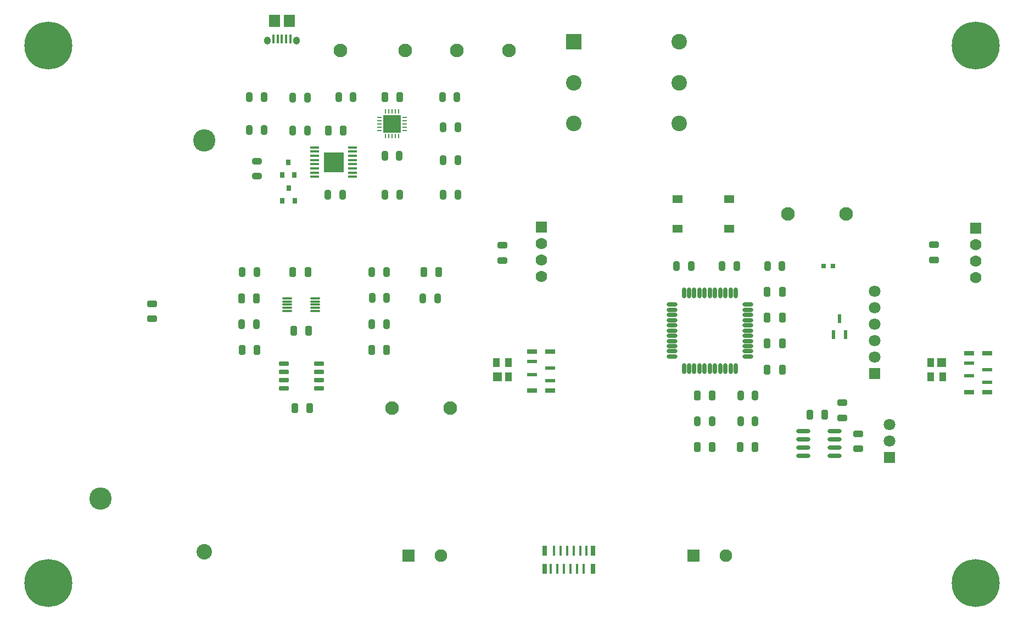
<source format=gbr>
%TF.GenerationSoftware,Altium Limited,Altium Designer,21.6.1 (37)*%
G04 Layer_Color=255*
%FSLAX43Y43*%
%MOMM*%
%TF.SameCoordinates,A8206A2C-5CB0-4F6E-B559-DFDA062B5CA2*%
%TF.FilePolarity,Positive*%
%TF.FileFunction,Pads,Top*%
%TF.Part,Single*%
G01*
G75*
%TA.AperFunction,SMDPad,CuDef*%
G04:AMPARAMS|DCode=11|XSize=1.44mm|YSize=0.3mm|CornerRadius=0.075mm|HoleSize=0mm|Usage=FLASHONLY|Rotation=0.000|XOffset=0mm|YOffset=0mm|HoleType=Round|Shape=RoundedRectangle|*
%AMROUNDEDRECTD11*
21,1,1.440,0.150,0,0,0.0*
21,1,1.290,0.300,0,0,0.0*
1,1,0.150,0.645,-0.075*
1,1,0.150,-0.645,-0.075*
1,1,0.150,-0.645,0.075*
1,1,0.150,0.645,0.075*
%
%ADD11ROUNDEDRECTD11*%
%ADD12O,2.200X0.600*%
G04:AMPARAMS|DCode=13|XSize=1.5mm|YSize=1mm|CornerRadius=0.25mm|HoleSize=0mm|Usage=FLASHONLY|Rotation=90.000|XOffset=0mm|YOffset=0mm|HoleType=Round|Shape=RoundedRectangle|*
%AMROUNDEDRECTD13*
21,1,1.500,0.500,0,0,90.0*
21,1,1.000,1.000,0,0,90.0*
1,1,0.500,0.250,0.500*
1,1,0.500,0.250,-0.500*
1,1,0.500,-0.250,-0.500*
1,1,0.500,-0.250,0.500*
%
%ADD13ROUNDEDRECTD13*%
G04:AMPARAMS|DCode=14|XSize=1.5mm|YSize=1mm|CornerRadius=0.25mm|HoleSize=0mm|Usage=FLASHONLY|Rotation=0.000|XOffset=0mm|YOffset=0mm|HoleType=Round|Shape=RoundedRectangle|*
%AMROUNDEDRECTD14*
21,1,1.500,0.500,0,0,0.0*
21,1,1.000,1.000,0,0,0.0*
1,1,0.500,0.500,-0.250*
1,1,0.500,-0.500,-0.250*
1,1,0.500,-0.500,0.250*
1,1,0.500,0.500,0.250*
%
%ADD14ROUNDEDRECTD14*%
%ADD15R,1.800X1.900*%
%ADD16R,0.400X1.350*%
G04:AMPARAMS|DCode=17|XSize=1.45mm|YSize=0.95mm|CornerRadius=0.238mm|HoleSize=0mm|Usage=FLASHONLY|Rotation=90.000|XOffset=0mm|YOffset=0mm|HoleType=Round|Shape=RoundedRectangle|*
%AMROUNDEDRECTD17*
21,1,1.450,0.475,0,0,90.0*
21,1,0.975,0.950,0,0,90.0*
1,1,0.475,0.238,0.488*
1,1,0.475,0.238,-0.488*
1,1,0.475,-0.238,-0.488*
1,1,0.475,-0.238,0.488*
%
%ADD17ROUNDEDRECTD17*%
%ADD18R,1.359X0.356*%
%ADD19R,3.099X3.099*%
%ADD20O,0.600X1.700*%
%ADD21O,1.700X0.600*%
G04:AMPARAMS|DCode=22|XSize=0.239mm|YSize=0.729mm|CornerRadius=0.12mm|HoleSize=0mm|Usage=FLASHONLY|Rotation=0.000|XOffset=0mm|YOffset=0mm|HoleType=Round|Shape=RoundedRectangle|*
%AMROUNDEDRECTD22*
21,1,0.239,0.490,0,0,0.0*
21,1,0.000,0.729,0,0,0.0*
1,1,0.239,0.000,-0.245*
1,1,0.239,0.000,-0.245*
1,1,0.239,0.000,0.245*
1,1,0.239,0.000,0.245*
%
%ADD22ROUNDEDRECTD22*%
G04:AMPARAMS|DCode=23|XSize=0.729mm|YSize=0.239mm|CornerRadius=0.12mm|HoleSize=0mm|Usage=FLASHONLY|Rotation=0.000|XOffset=0mm|YOffset=0mm|HoleType=Round|Shape=RoundedRectangle|*
%AMROUNDEDRECTD23*
21,1,0.729,0.000,0,0,0.0*
21,1,0.490,0.239,0,0,0.0*
1,1,0.239,0.245,0.000*
1,1,0.239,-0.245,0.000*
1,1,0.239,-0.245,0.000*
1,1,0.239,0.245,0.000*
%
%ADD23ROUNDEDRECTD23*%
%ADD24R,0.729X0.239*%
%ADD25R,2.800X2.800*%
%ADD26R,1.500X0.600*%
%ADD27R,1.500X0.800*%
G04:AMPARAMS|DCode=28|XSize=0.6mm|YSize=1.45mm|CornerRadius=0.051mm|HoleSize=0mm|Usage=FLASHONLY|Rotation=90.000|XOffset=0mm|YOffset=0mm|HoleType=Round|Shape=RoundedRectangle|*
%AMROUNDEDRECTD28*
21,1,0.600,1.348,0,0,90.0*
21,1,0.498,1.450,0,0,90.0*
1,1,0.102,0.674,0.249*
1,1,0.102,0.674,-0.249*
1,1,0.102,-0.674,-0.249*
1,1,0.102,-0.674,0.249*
%
%ADD28ROUNDEDRECTD28*%
%ADD29R,0.600X1.350*%
G04:AMPARAMS|DCode=30|XSize=1.45mm|YSize=0.95mm|CornerRadius=0.238mm|HoleSize=0mm|Usage=FLASHONLY|Rotation=0.000|XOffset=0mm|YOffset=0mm|HoleType=Round|Shape=RoundedRectangle|*
%AMROUNDEDRECTD30*
21,1,1.450,0.475,0,0,0.0*
21,1,0.975,0.950,0,0,0.0*
1,1,0.475,0.488,-0.238*
1,1,0.475,-0.488,-0.238*
1,1,0.475,-0.488,0.238*
1,1,0.475,0.488,0.238*
%
%ADD30ROUNDEDRECTD30*%
%ADD31R,1.400X1.400*%
%ADD32R,1.000X1.400*%
%ADD33R,0.800X0.800*%
%ADD34R,0.800X1.500*%
%ADD35R,0.400X1.500*%
%ADD36R,0.800X0.900*%
%ADD37R,1.550X1.300*%
%TA.AperFunction,ComponentPad*%
%ADD40C,1.800*%
%ADD41R,1.800X1.800*%
%ADD42R,2.400X2.400*%
%ADD43C,2.400*%
%ADD44O,1.050X1.250*%
%ADD45C,2.100*%
%ADD46C,3.450*%
%ADD47C,2.388*%
%ADD48R,1.950X1.950*%
%ADD49C,1.950*%
%TA.AperFunction,ViaPad*%
%ADD50C,7.400*%
%TA.AperFunction,ComponentPad*%
%ADD51R,1.778X1.778*%
%ADD52C,1.778*%
D11*
X42855Y50000D02*
D03*
Y49500D02*
D03*
Y49000D02*
D03*
Y48500D02*
D03*
Y48000D02*
D03*
X47145D02*
D03*
Y48500D02*
D03*
Y49000D02*
D03*
Y49500D02*
D03*
Y50000D02*
D03*
D12*
X127200Y25695D02*
D03*
Y26965D02*
D03*
Y28235D02*
D03*
Y29505D02*
D03*
X122400Y25695D02*
D03*
Y26965D02*
D03*
Y28235D02*
D03*
Y29505D02*
D03*
D13*
X125750Y32042D02*
D03*
X123450D02*
D03*
X35784Y50000D02*
D03*
X38084D02*
D03*
X44000Y33000D02*
D03*
X46300D02*
D03*
X66175Y54000D02*
D03*
X63875D02*
D03*
X43850Y45000D02*
D03*
X46150D02*
D03*
X38150Y42000D02*
D03*
X35850D02*
D03*
X58150Y42000D02*
D03*
X55850D02*
D03*
X43700Y54000D02*
D03*
X46000D02*
D03*
X57850Y81000D02*
D03*
X60150D02*
D03*
X112675Y27000D02*
D03*
X114975D02*
D03*
X108350Y27000D02*
D03*
X106050D02*
D03*
X108350Y35000D02*
D03*
X106050D02*
D03*
X116850Y51000D02*
D03*
X119150D02*
D03*
X116850Y47000D02*
D03*
X119150D02*
D03*
X116850Y39000D02*
D03*
X119150D02*
D03*
X116850Y43000D02*
D03*
X119150D02*
D03*
X51450Y75882D02*
D03*
X49150D02*
D03*
D14*
X128400Y31550D02*
D03*
Y33850D02*
D03*
X130900Y26790D02*
D03*
Y29090D02*
D03*
X76000Y58150D02*
D03*
Y55850D02*
D03*
X142519Y58235D02*
D03*
Y55935D02*
D03*
X22000Y49150D02*
D03*
Y46850D02*
D03*
D15*
X40850Y92805D02*
D03*
X43150D02*
D03*
D16*
X43300Y90000D02*
D03*
X40700D02*
D03*
X42650D02*
D03*
X42000D02*
D03*
X41350D02*
D03*
D17*
X45950Y80950D02*
D03*
X43700D02*
D03*
X38063Y46000D02*
D03*
X35813D02*
D03*
X66750Y81000D02*
D03*
X69000D02*
D03*
X58160Y50050D02*
D03*
X55910D02*
D03*
X58125Y54000D02*
D03*
X55875D02*
D03*
X63750Y50000D02*
D03*
X66000D02*
D03*
X55875Y46000D02*
D03*
X58125D02*
D03*
X35875Y54000D02*
D03*
X38125D02*
D03*
X102875Y55000D02*
D03*
X105125D02*
D03*
X114975Y31000D02*
D03*
X112725D02*
D03*
X114975Y35000D02*
D03*
X112725D02*
D03*
X106100Y31026D02*
D03*
X108350D02*
D03*
X112125Y55000D02*
D03*
X109875D02*
D03*
X119125Y55000D02*
D03*
X116875D02*
D03*
X45950Y75915D02*
D03*
X43700D02*
D03*
X50750Y81000D02*
D03*
X53000D02*
D03*
X57875Y72000D02*
D03*
X60125D02*
D03*
X66875Y76400D02*
D03*
X69125D02*
D03*
Y71325D02*
D03*
X66875D02*
D03*
X57900Y66000D02*
D03*
X60150D02*
D03*
X66875Y66000D02*
D03*
X69125D02*
D03*
X39250Y81000D02*
D03*
X37000D02*
D03*
X37000Y76000D02*
D03*
X39250D02*
D03*
X49100Y66000D02*
D03*
X51350D02*
D03*
D18*
X52927Y68725D02*
D03*
Y69375D02*
D03*
Y70025D02*
D03*
Y70675D02*
D03*
Y71325D02*
D03*
Y71975D02*
D03*
Y72625D02*
D03*
Y73275D02*
D03*
X47073D02*
D03*
Y72625D02*
D03*
Y71975D02*
D03*
Y71325D02*
D03*
Y70675D02*
D03*
Y70025D02*
D03*
Y69375D02*
D03*
Y68725D02*
D03*
D19*
X50000Y71000D02*
D03*
D20*
X104000Y39150D02*
D03*
X104800D02*
D03*
X105600D02*
D03*
X106400D02*
D03*
X107200D02*
D03*
X108000D02*
D03*
X108800D02*
D03*
X109600D02*
D03*
X110400D02*
D03*
X111200D02*
D03*
X112000D02*
D03*
Y50850D02*
D03*
X111200D02*
D03*
X110400D02*
D03*
X109600D02*
D03*
X108800D02*
D03*
X108000D02*
D03*
X107200D02*
D03*
X106400D02*
D03*
X105600D02*
D03*
X104800D02*
D03*
X104000D02*
D03*
D21*
X113850Y41000D02*
D03*
Y41800D02*
D03*
Y42600D02*
D03*
Y43400D02*
D03*
Y44200D02*
D03*
Y45000D02*
D03*
Y45800D02*
D03*
Y46600D02*
D03*
Y47400D02*
D03*
Y48200D02*
D03*
Y49000D02*
D03*
X102150D02*
D03*
Y48200D02*
D03*
Y47400D02*
D03*
Y46600D02*
D03*
Y45800D02*
D03*
Y45000D02*
D03*
Y44200D02*
D03*
Y43400D02*
D03*
Y42600D02*
D03*
Y41800D02*
D03*
Y41000D02*
D03*
D22*
X58000Y78829D02*
D03*
X58500D02*
D03*
X59000D02*
D03*
X59500D02*
D03*
X60000D02*
D03*
Y75000D02*
D03*
X59500D02*
D03*
X59000D02*
D03*
X58500D02*
D03*
X58000D02*
D03*
D23*
X60915Y77915D02*
D03*
Y77415D02*
D03*
Y76915D02*
D03*
Y76415D02*
D03*
Y75915D02*
D03*
X57085D02*
D03*
Y76415D02*
D03*
Y76915D02*
D03*
Y77415D02*
D03*
D24*
Y77915D02*
D03*
D25*
X59000Y76915D02*
D03*
D26*
X150800Y37000D02*
D03*
X148000Y38000D02*
D03*
X150800Y39000D02*
D03*
X148000Y40000D02*
D03*
X80600Y40225D02*
D03*
X83400Y39225D02*
D03*
X80600Y38225D02*
D03*
X83400Y37225D02*
D03*
D27*
X150800Y35500D02*
D03*
X148000D02*
D03*
X150800Y41500D02*
D03*
X148000D02*
D03*
X80600Y41725D02*
D03*
X83400D02*
D03*
X80600Y35725D02*
D03*
X83400D02*
D03*
D28*
X42275Y39905D02*
D03*
Y38635D02*
D03*
Y37365D02*
D03*
Y36095D02*
D03*
X47725Y39905D02*
D03*
Y38635D02*
D03*
Y37365D02*
D03*
Y36095D02*
D03*
D29*
X128000Y46820D02*
D03*
X128950Y44420D02*
D03*
X127050D02*
D03*
D30*
X38125Y68875D02*
D03*
Y71125D02*
D03*
D31*
X75250Y37900D02*
D03*
X143750Y40100D02*
D03*
D32*
X76950Y37900D02*
D03*
Y40100D02*
D03*
X75050D02*
D03*
X143950Y37900D02*
D03*
X142050D02*
D03*
Y40100D02*
D03*
D33*
X127000Y55000D02*
D03*
X125500D02*
D03*
D34*
X90000Y8200D02*
D03*
Y11000D02*
D03*
X82500Y8200D02*
D03*
Y11000D02*
D03*
D35*
X86500Y8200D02*
D03*
X87000Y11000D02*
D03*
X85500Y8200D02*
D03*
X86000Y11000D02*
D03*
X83500Y8200D02*
D03*
X84000Y11000D02*
D03*
X84500Y8200D02*
D03*
X85000Y11000D02*
D03*
X88000D02*
D03*
X89000D02*
D03*
X87500Y8200D02*
D03*
X88500D02*
D03*
D36*
X42100Y65000D02*
D03*
X44000D02*
D03*
X43050Y67000D02*
D03*
X43000Y71000D02*
D03*
X43950Y69000D02*
D03*
X42050D02*
D03*
D37*
X103025Y65250D02*
D03*
X110975D02*
D03*
X103025Y60750D02*
D03*
X110975D02*
D03*
D40*
X135700Y27940D02*
D03*
Y30480D02*
D03*
X133375Y40920D02*
D03*
Y43460D02*
D03*
Y46000D02*
D03*
Y48540D02*
D03*
Y51080D02*
D03*
D41*
X135700Y25400D02*
D03*
X133375Y38380D02*
D03*
D42*
X87000Y89579D02*
D03*
D43*
Y76979D02*
D03*
Y83279D02*
D03*
X103300Y89579D02*
D03*
Y76979D02*
D03*
Y83279D02*
D03*
D44*
X39775Y89750D02*
D03*
X44225D02*
D03*
D45*
X59000Y33006D02*
D03*
X61000Y88200D02*
D03*
X51000Y88200D02*
D03*
X129000Y63000D02*
D03*
X69000Y88200D02*
D03*
X77000D02*
D03*
X68000Y33006D02*
D03*
X120000Y63000D02*
D03*
D46*
X30001Y74311D02*
D03*
X13999Y19066D02*
D03*
D47*
X30001Y10836D02*
D03*
D48*
X105500Y10250D02*
D03*
X61500D02*
D03*
D49*
X110500D02*
D03*
X66500D02*
D03*
D50*
X149000Y89000D02*
D03*
Y6000D02*
D03*
X6000D02*
D03*
Y89000D02*
D03*
D51*
X82000Y61000D02*
D03*
X149000Y60810D02*
D03*
D52*
X82000Y55920D02*
D03*
Y53380D02*
D03*
Y58460D02*
D03*
X149000Y58270D02*
D03*
Y53190D02*
D03*
Y55730D02*
D03*
%TF.MD5,dc7626d23fc44b7a599d2f3696d95272*%
M02*

</source>
